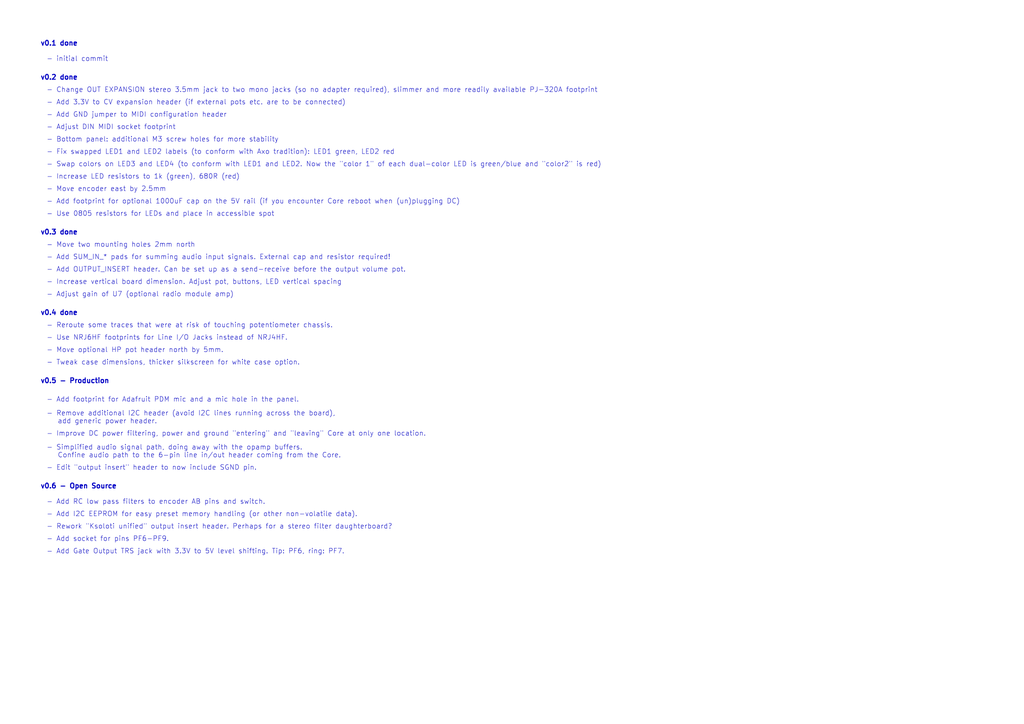
<source format=kicad_sch>
(kicad_sch
	(version 20250114)
	(generator "eeschema")
	(generator_version "9.0")
	(uuid "2b0e0e19-41f9-43cf-a08b-68c43152f80b")
	(paper "A3")
	(title_block
		(title "https://github.com/ksoloti/ksoloti-gills")
		(date "2025-11-19")
		(rev "v0.6")
	)
	(lib_symbols)
	(text "- Rework \"Ksoloti unified\" output insert header. Perhaps for a stereo filter daughterboard?"
		(exclude_from_sim no)
		(at 19.05 217.17 0)
		(effects
			(font
				(size 2 2)
			)
			(justify left bottom)
		)
		(uuid "1044ec05-ddf7-40f3-87f1-4dbd1d5e2323")
	)
	(text "- Use NRJ6HF footprints for Line I/O Jacks instead of NRJ4HF."
		(exclude_from_sim no)
		(at 19.05 139.7 0)
		(effects
			(font
				(size 2 2)
			)
			(justify left bottom)
		)
		(uuid "11280743-3904-41b9-b48a-395cda338375")
	)
	(text "- initial commit"
		(exclude_from_sim no)
		(at 19.05 25.4 0)
		(effects
			(font
				(size 2 2)
			)
			(justify left bottom)
		)
		(uuid "11fa2fe9-6b46-4789-b20f-e6ccb8d8601c")
	)
	(text "v0.5 - Production"
		(exclude_from_sim no)
		(at 16.51 157.48 0)
		(effects
			(font
				(size 2 2)
				(thickness 0.4)
				(bold yes)
			)
			(justify left bottom)
		)
		(uuid "16d3d891-2480-4852-a3c6-d38f14f23997")
	)
	(text "v0.2 done"
		(exclude_from_sim no)
		(at 16.51 33.02 0)
		(effects
			(font
				(size 2 2)
				(thickness 0.4)
				(bold yes)
			)
			(justify left bottom)
		)
		(uuid "19166748-5afe-418c-9aca-8209e909b0e5")
	)
	(text "- Tweak case dimensions, thicker silkscreen for white case option."
		(exclude_from_sim no)
		(at 19.05 149.86 0)
		(effects
			(font
				(size 2 2)
			)
			(justify left bottom)
		)
		(uuid "19e863d2-4c7a-4e4d-bc1e-2d91d51dc504")
	)
	(text "- Change OUT EXPANSION stereo 3.5mm jack to two mono jacks (so no adapter required), slimmer and more readily available PJ-320A footprint"
		(exclude_from_sim no)
		(at 19.05 38.1 0)
		(effects
			(font
				(size 2 2)
			)
			(justify left bottom)
		)
		(uuid "3853d47b-0e18-4e1b-bb41-cc4b7ead43f5")
	)
	(text "- Add I2C EEPROM for easy preset memory handling (or other non-volatile data)."
		(exclude_from_sim no)
		(at 19.05 212.09 0)
		(effects
			(font
				(size 2 2)
			)
			(justify left bottom)
		)
		(uuid "40c2b80d-7c01-4e6c-9596-bd01b8566c15")
	)
	(text "- Move encoder east by 2.5mm"
		(exclude_from_sim no)
		(at 19.05 78.74 0)
		(effects
			(font
				(size 2 2)
			)
			(justify left bottom)
		)
		(uuid "455c2a1c-4b3d-44d2-afad-82d6b1642a46")
	)
	(text "- Move optional HP pot header north by 5mm."
		(exclude_from_sim no)
		(at 19.05 144.78 0)
		(effects
			(font
				(size 2 2)
			)
			(justify left bottom)
		)
		(uuid "4a45fc7d-9151-4911-8230-7522d501cd2b")
	)
	(text "- Add footprint for Adafruit PDM mic and a mic hole in the panel."
		(exclude_from_sim no)
		(at 19.05 165.1 0)
		(effects
			(font
				(size 2 2)
			)
			(justify left bottom)
		)
		(uuid "527b6c42-339a-487d-9710-98ef122d8426")
	)
	(text "- Add Gate Output TRS jack with 3.3V to 5V level shifting. Tip: PF6, ring: PF7."
		(exclude_from_sim no)
		(at 19.05 227.33 0)
		(effects
			(font
				(size 2 2)
			)
			(justify left bottom)
		)
		(uuid "5729d219-0cc3-44fb-a292-2007c4d2dafb")
	)
	(text "- Add GND jumper to MIDI configuration header"
		(exclude_from_sim no)
		(at 19.05 48.26 0)
		(effects
			(font
				(size 2 2)
			)
			(justify left bottom)
		)
		(uuid "5e959722-7c56-4cae-9087-4ed2c2fdc2ce")
	)
	(text "- Remove additional I2C header (avoid I2C lines running across the board),\n   add generic power header."
		(exclude_from_sim no)
		(at 19.05 173.99 0)
		(effects
			(font
				(size 2 2)
			)
			(justify left bottom)
		)
		(uuid "68302743-7d3a-44b8-b649-7acbd55e3b9c")
	)
	(text "- Increase vertical board dimension. Adjust pot, buttons, LED vertical spacing "
		(exclude_from_sim no)
		(at 19.05 116.84 0)
		(effects
			(font
				(size 2 2)
			)
			(justify left bottom)
		)
		(uuid "6c310427-bae5-4f8c-b303-f72dd4335a22")
	)
	(text "- Move two mounting holes 2mm north"
		(exclude_from_sim no)
		(at 19.05 101.6 0)
		(effects
			(font
				(size 2 2)
			)
			(justify left bottom)
		)
		(uuid "6f90d87a-6d47-449a-b32a-bc4d4ee221b7")
	)
	(text "- Fix swapped LED1 and LED2 labels (to conform with Axo tradition): LED1 green, LED2 red"
		(exclude_from_sim no)
		(at 19.05 63.5 0)
		(effects
			(font
				(size 2 2)
			)
			(justify left bottom)
		)
		(uuid "7253dfc4-3ddc-46c5-b65c-56b60a01155b")
	)
	(text "- Adjust DIN MIDI socket footprint"
		(exclude_from_sim no)
		(at 19.05 53.34 0)
		(effects
			(font
				(size 2 2)
			)
			(justify left bottom)
		)
		(uuid "73a5785a-fa35-438c-b83a-9d090c8a2ccd")
	)
	(text "- Add footprint for optional 1000uF cap on the 5V rail (if you encounter Core reboot when (un)plugging DC)"
		(exclude_from_sim no)
		(at 19.05 83.82 0)
		(effects
			(font
				(size 2 2)
			)
			(justify left bottom)
		)
		(uuid "7c7d9d64-cd20-45cd-a77c-e9f39b3af1b2")
	)
	(text "- Add socket for pins PF6-PF9."
		(exclude_from_sim no)
		(at 19.05 222.25 0)
		(effects
			(font
				(size 2 2)
			)
			(justify left bottom)
		)
		(uuid "8d3ad7ca-f6b8-43c7-81bc-e8e1e79262f5")
	)
	(text "v0.6 - Open Source"
		(exclude_from_sim no)
		(at 16.51 200.66 0)
		(effects
			(font
				(size 2 2)
				(thickness 0.4)
				(bold yes)
			)
			(justify left bottom)
		)
		(uuid "99ccbc62-93ff-449d-af06-b8694a563c06")
	)
	(text "- Edit \"output insert\" header to now include SGND pin."
		(exclude_from_sim no)
		(at 19.05 193.04 0)
		(effects
			(font
				(size 2 2)
			)
			(justify left bottom)
		)
		(uuid "b09d5993-2912-4d66-8ce5-8dd221f35f57")
	)
	(text "- Simplified audio signal path, doing away with the opamp buffers.\n   Confine audio path to the 6-pin line in/out header coming from the Core."
		(exclude_from_sim no)
		(at 19.05 187.96 0)
		(effects
			(font
				(size 2 2)
			)
			(justify left bottom)
		)
		(uuid "b1c97af3-5f25-423a-91a6-a9ca6a07bfec")
	)
	(text "- Increase LED resistors to 1k (green), 680R (red)"
		(exclude_from_sim no)
		(at 19.05 73.66 0)
		(effects
			(font
				(size 2 2)
			)
			(justify left bottom)
		)
		(uuid "bc844f4b-4249-4a38-8ac3-279f0fdcd020")
	)
	(text "- Swap colors on LED3 and LED4 (to conform with LED1 and LED2. Now the \"color 1\" of each dual-color LED is green/blue and \"color2\" is red)"
		(exclude_from_sim no)
		(at 19.05 68.58 0)
		(effects
			(font
				(size 2 2)
			)
			(justify left bottom)
		)
		(uuid "be506636-12ed-4336-8ed9-5e4da301d34b")
	)
	(text "- Improve DC power filtering, power and ground \"entering\" and \"leaving\" Core at only one location."
		(exclude_from_sim no)
		(at 19.05 179.07 0)
		(effects
			(font
				(size 2 2)
			)
			(justify left bottom)
		)
		(uuid "c1319cb7-78f3-4744-ab34-6cd4f1ebadb7")
	)
	(text "v0.4 done"
		(exclude_from_sim no)
		(at 16.51 129.54 0)
		(effects
			(font
				(size 2 2)
				(thickness 0.4)
				(bold yes)
			)
			(justify left bottom)
		)
		(uuid "c2ccee77-4e4f-4b3c-9ff3-44020031f274")
	)
	(text "v0.1 done"
		(exclude_from_sim no)
		(at 16.51 19.05 0)
		(effects
			(font
				(size 2 2)
				(thickness 0.4)
				(bold yes)
			)
			(justify left bottom)
		)
		(uuid "c787a06b-1fc1-40b0-9323-d7c71fad2ac6")
	)
	(text "- Add SUM_IN_* pads for summing audio input signals. External cap and resistor required!"
		(exclude_from_sim no)
		(at 19.05 106.68 0)
		(effects
			(font
				(size 2 2)
			)
			(justify left bottom)
		)
		(uuid "c936471f-04c7-43cd-8d1f-179e3397a6ab")
	)
	(text "- Adjust gain of U7 (optional radio module amp)"
		(exclude_from_sim no)
		(at 19.05 121.92 0)
		(effects
			(font
				(size 2 2)
			)
			(justify left bottom)
		)
		(uuid "d0941110-1e9c-4285-bf50-f9104f418dce")
	)
	(text "v0.3 done"
		(exclude_from_sim no)
		(at 16.51 96.52 0)
		(effects
			(font
				(size 2 2)
				(thickness 0.4)
				(bold yes)
			)
			(justify left bottom)
		)
		(uuid "d1984411-2aeb-4433-8b7d-c9d0c8c8284e")
	)
	(text "- Bottom panel: additional M3 screw holes for more stability"
		(exclude_from_sim no)
		(at 19.05 58.42 0)
		(effects
			(font
				(size 2 2)
			)
			(justify left bottom)
		)
		(uuid "d5373d5d-953e-4457-a4fe-91458d05a8d5")
	)
	(text "- Add 3.3V to CV expansion header (if external pots etc. are to be connected)"
		(exclude_from_sim no)
		(at 19.05 43.18 0)
		(effects
			(font
				(size 2 2)
			)
			(justify left bottom)
		)
		(uuid "dc59076a-fd54-47a1-b992-664d86f579ea")
	)
	(text "- Add OUTPUT_INSERT header. Can be set up as a send-receive before the output volume pot."
		(exclude_from_sim no)
		(at 19.05 111.76 0)
		(effects
			(font
				(size 2 2)
			)
			(justify left bottom)
		)
		(uuid "e6083269-76c0-410e-8647-78d8bae39a4c")
	)
	(text "- Reroute some traces that were at risk of touching potentiometer chassis."
		(exclude_from_sim no)
		(at 19.05 134.62 0)
		(effects
			(font
				(size 2 2)
			)
			(justify left bottom)
		)
		(uuid "e656934d-326e-4b5c-aa2e-4e444bbfcf70")
	)
	(text "- Use 0805 resistors for LEDs and place in accessible spot"
		(exclude_from_sim no)
		(at 19.05 88.9 0)
		(effects
			(font
				(size 2 2)
			)
			(justify left bottom)
		)
		(uuid "e9af109c-1d5e-4358-995e-5c282807d81a")
	)
	(text "- Add RC low pass filters to encoder AB pins and switch."
		(exclude_from_sim no)
		(at 19.05 207.01 0)
		(effects
			(font
				(size 2 2)
			)
			(justify left bottom)
		)
		(uuid "fcb0bdb9-3b78-4d7b-970b-f7bbb07de893")
	)
)

</source>
